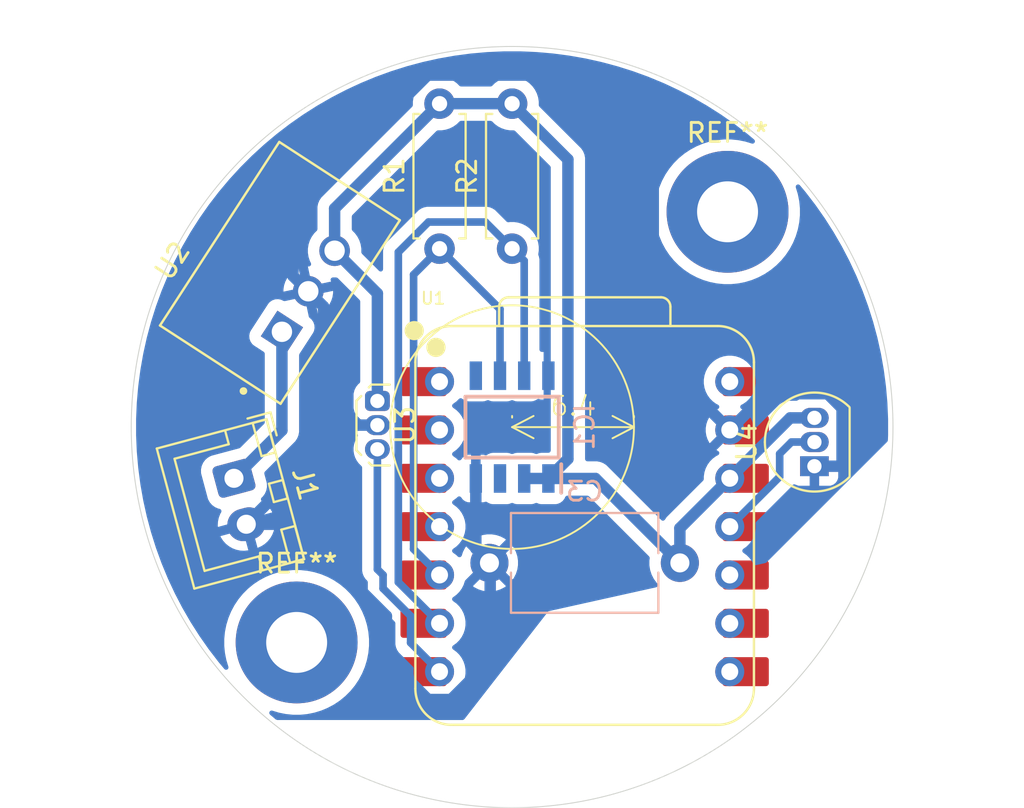
<source format=kicad_pcb>
(kicad_pcb (version 20241229) (generator "pcbnew") (generator_version "9.0")
  (layers (0 "F.Cu" signal) (2 "B.Cu" signal) (13 "F.Paste" user) (15 "B.Paste" user) (5 "F.SilkS" user "F.Silkscreen") (7 "B.SilkS" user "B.Silkscreen") (1 "F.Mask" user) (3 "B.Mask" user) (25 "Edge.Cuts" user))
  (net 0 "")
  (net 1 "+3.3V")
  (net 3 "GND")
  (net 12 "Net-(IC1-SDA)")
  (net 13 "Net-(IC1-SCL)")
  (net 17 "Net-(U1-GPIO18{slash}D10{slash}MOSI)")
  (net 21 "VCC")
  (net 23 "Net-(U1-GPIO16{slash}D6{slash}TX)")
  (footprint "Custom:SS411P" (layer "F.Cu") (at 125.641 55.626 -90)
    (property "Reference" "U3" (at 1.27 -1.45 90) (layer "F.SilkS"))
    (property "Value" "SS411P")
    (fp_line (start -0.01 1.1) (end 2.59 1.1) (stroke (width 0.12)) (layer "F.SilkS"))
    (fp_line (start -0.01 1.1) (end -0.26 0.85) (stroke (width 0.12)) (layer "F.SilkS"))
    (fp_line (start 2.59 1.1) (end 2.84 0.85) (stroke (width 0.12)) (layer "F.SilkS"))
    (fp_line (start -0.71 0.45) (end -0.86 0.3) (stroke (width 0.12)) (layer "F.SilkS"))
    (fp_line (start 3.24 0.45) (end 3.39 0.3) (stroke (width 0.12)) (layer "F.SilkS"))
    (fp_line (start -0.86 0.3) (end -0.86 -0.65) (stroke (width 0.12)) (layer "F.SilkS"))
    (fp_line (start 3.39 -0.65) (end 3.39 0.3) (stroke (width 0.12)) (layer "F.SilkS"))
    (pad "1" thru_hole roundrect (at 0 0 270) (size 1.05 1.3) (drill 0.75) (layers "*.Cu" "*.Mask") (roundrect_rratio 0.238) (net 1 "+3.3V"))
    (pad "2" thru_hole oval (at 1.27 0 270) (size 1.05 1.3) (drill 0.75) (layers "*.Cu" "*.Mask") (net 3 "GND"))
    (pad "3" thru_hole oval (at 2.54 0 270) (size 1.05 1.3) (drill 0.75) (layers "*.Cu" "*.Mask") (net 23 "Net-(U1-GPIO16{slash}D6{slash}TX)"))
  )
  (footprint "Package_TO_SOT_THT:TO-92_Inline" (layer "F.Cu") (at 148.59 59.055 90)
    (property "Reference" "U4" (at 1.27 -3.56 90) (layer "F.SilkS"))
    (property "Value" "DS18B20")
    (fp_line (start -0.53 1.85) (end 3.07 1.85) (stroke (width 0.12)) (layer "F.SilkS"))
    (fp_arc (start 1.27 -2.6) (mid 3.672087 -0.994977) (end 3.108478 1.838478) (stroke (width 0.12)) (layer "F.SilkS"))
    (fp_arc (start -0.568478 1.838478) (mid -1.132087 -0.994977) (end 1.27 -2.6) (stroke (width 0.12)) (layer "F.SilkS"))
    (pad "1" thru_hole rect (at 0 0 90) (size 1.05 1.5) (drill 0.75) (layers "*.Cu" "*.Mask") (net 3 "GND"))
    (pad "2" thru_hole oval (at 1.27 0 90) (size 1.05 1.5) (drill 0.75) (layers "*.Cu" "*.Mask") (net 17 "Net-(U1-GPIO18{slash}D10{slash}MOSI)"))
    (pad "3" thru_hole oval (at 2.54 0 90) (size 1.05 1.5) (drill 0.75) (layers "*.Cu" "*.Mask") (net 1 "+3.3V"))
  )
  (footprint "Resistor_THT:R_Axial_DIN0207_L6.3mm_D2.5mm_P7.62mm_Horizontal" (layer "F.Cu") (at 128.905 47.625 90)
    (property "Reference" "R1" (at 3.81 -2.37 90) (layer "F.SilkS"))
    (property "Value" "5k")
    (fp_line (start 7.08 -1.37) (end 7.08 -1.04) (stroke (width 0.12)) (layer "F.SilkS"))
    (fp_line (start 0.54 -1.37) (end 7.08 -1.37) (stroke (width 0.12)) (layer "F.SilkS"))
    (fp_line (start 0.54 -1.04) (end 0.54 -1.37) (stroke (width 0.12)) (layer "F.SilkS"))
    (fp_line (start 0.54 1.04) (end 0.54 1.37) (stroke (width 0.12)) (layer "F.SilkS"))
    (fp_line (start 7.08 1.37) (end 7.08 1.04) (stroke (width 0.12)) (layer "F.SilkS"))
    (fp_line (start 0.54 1.37) (end 7.08 1.37) (stroke (width 0.12)) (layer "F.SilkS"))
    (pad "1" thru_hole circle (at 0 0 90) (size 1.6 1.6) (drill 0.8) (layers "*.Cu" "*.Mask") (net 12 "Net-(IC1-SDA)"))
    (pad "2" thru_hole circle (at 7.62 0 90) (size 1.6 1.6) (drill 0.8) (layers "*.Cu" "*.Mask") (net 1 "+3.3V"))
  )
  (footprint "Seeed Studio XIAO Series Library:XIAO-ESP32C6-DIP" (layer "F.Cu") (at 136.57 62.23)
    (property "Reference" "U1" (at -8 -12 0) (layer "F.SilkS") (effects (font (size 0.635 0.635) (thickness 0.1016))))
    (property "Value" "XIAO-ESP32-C6")
    (fp_line (start -8.935 8.509) (end -8.935 -8.636) (stroke (width 0.127)) (layer "F.SilkS"))
    (fp_line (start -7.03 10.414) (end 6.94 10.414) (stroke (width 0.127)) (layer "F.SilkS"))
    (fp_line (start -4.54 -10.541) (end -4.536272 -11.551272) (stroke (width 0.127)) (layer "F.SilkS"))
    (fp_line (start -4.036272 -12.051) (end 3.959 -12.051) (stroke (width 0.127)) (layer "F.SilkS"))
    (fp_line (start 4.459 -11.551) (end 4.459 -10.541) (stroke (width 0.127)) (layer "F.SilkS"))
    (fp_line (start 6.94 -10.541) (end -7.03 -10.541) (stroke (width 0.1)) (layer "F.SilkS"))
    (fp_line (start 6.94 -10.541) (end -7.03 -10.541) (stroke (width 0.127)) (layer "F.SilkS"))
    (fp_line (start 8.845 8.509) (end 8.845 -8.636) (stroke (width 0.127)) (layer "F.SilkS"))
    (fp_arc (start -8.935 -8.636) (mid -8.377038 -9.983038) (end -7.03 -10.541) (stroke (width 0.127)) (layer "F.SilkS"))
    (fp_arc (start -7.03 10.414) (mid -8.377038 9.856038) (end -8.935 8.509) (stroke (width 0.127)) (layer "F.SilkS"))
    (fp_arc (start -4.536272 -11.551272) (mid -4.389728 -11.90464) (end -4.036272 -12.051) (stroke (width 0.127)) (layer "F.SilkS"))
    (fp_arc (start 3.959 -12.051) (mid 4.312553 -11.904553) (end 4.459 -11.551) (stroke (width 0.127)) (layer "F.SilkS"))
    (fp_arc (start 6.94 -10.541) (mid 8.287038 -9.983038) (end 8.845 -8.636) (stroke (width 0.127)) (layer "F.SilkS"))
    (fp_arc (start 8.845 8.509) (mid 8.287038 9.856038) (end 6.94 10.414) (stroke (width 0.127)) (layer "F.SilkS"))
    (fp_circle (center -8.995 -10.3) (end -8.995 -10.554) (stroke (width 0.5)) (fill yes) (layer "F.SilkS"))
    (fp_circle (center -7.852 -9.42) (end -7.852 -9.674) (stroke (width 0.5)) (fill yes) (layer "F.SilkS"))
    (pad "1" smd roundrect (at -8.5 -7.62 180) (size 2.432 1.524) (layers "F.Cu" "F.Mask") (roundrect_rratio 0.1))
    (pad "1" thru_hole circle (at -7.665 -7.62 180) (size 1.524 1.524) (drill 0.889) (layers "*.Cu" "*.Mask"))
    (pad "2" smd roundrect (at -8.5 -5.08 180) (size 2.432 1.524) (layers "F.Cu" "F.Mask") (roundrect_rratio 0.1))
    (pad "2" thru_hole circle (at -7.665 -5.08 180) (size 1.524 1.524) (drill 0.889) (layers "*.Cu" "*.Mask"))
    (pad "3" smd roundrect (at -8.5 -2.54 180) (size 2.432 1.524) (layers "F.Cu" "F.Mask") (roundrect_rratio 0.1))
    (pad "3" thru_hole circle (at -7.665 -2.54 180) (size 1.524 1.524) (drill 0.889) (layers "*.Cu" "*.Mask"))
    (pad "4" smd roundrect (at -8.5 0 180) (size 2.432 1.524) (layers "F.Cu" "F.Mask") (roundrect_rratio 0.1))
    (pad "4" thru_hole circle (at -7.665 0 180) (size 1.524 1.524) (drill 0.889) (layers "*.Cu" "*.Mask"))
    (pad "5" smd roundrect (at -8.5 2.54 180) (size 2.432 1.524) (layers "F.Cu" "F.Mask") (roundrect_rratio 0.1) (net 12 "Net-(IC1-SDA)"))
    (pad "5" thru_hole circle (at -7.665 2.54 180) (size 1.524 1.524) (drill 0.889) (layers "*.Cu" "*.Mask") (net 12 "Net-(IC1-SDA)"))
    (pad "6" smd roundrect (at -8.5 5.08 180) (size 2.432 1.524) (layers "F.Cu" "F.Mask") (roundrect_rratio 0.1) (net 13 "Net-(IC1-SCL)"))
    (pad "6" thru_hole circle (at -7.665 5.08 180) (size 1.524 1.524) (drill 0.889) (layers "*.Cu" "*.Mask") (net 13 "Net-(IC1-SCL)"))
    (pad "7" smd roundrect (at -8.5 7.62 180) (size 2.432 1.524) (layers "F.Cu" "F.Mask") (roundrect_rratio 0.1) (net 23 "Net-(U1-GPIO16{slash}D6{slash}TX)"))
    (pad "7" thru_hole circle (at -7.665 7.62 180) (size 1.524 1.524) (drill 0.889) (layers "*.Cu" "*.Mask") (net 23 "Net-(U1-GPIO16{slash}D6{slash}TX)"))
    (pad "8" thru_hole circle (at 7.575 7.62) (size 1.524 1.524) (drill 0.889) (layers "*.Cu" "*.Mask"))
    (pad "8" smd roundrect (at 8.41 7.62) (size 2.432 1.524) (layers "F.Cu" "F.Mask") (roundrect_rratio 0.1))
    (pad "9" thru_hole circle (at 7.575 5.08) (size 1.524 1.524) (drill 0.889) (layers "*.Cu" "*.Mask"))
    (pad "9" smd roundrect (at 8.41 5.08) (size 2.432 1.524) (layers "F.Cu" "F.Mask") (roundrect_rratio 0.1))
    (pad "10" thru_hole circle (at 7.575 2.54) (size 1.524 1.524) (drill 0.889) (layers "*.Cu" "*.Mask"))
    (pad "10" smd roundrect (at 8.41 2.54) (size 2.432 1.524) (layers "F.Cu" "F.Mask") (roundrect_rratio 0.1))
    (pad "11" thru_hole circle (at 7.575 0) (size 1.524 1.524) (drill 0.889) (layers "*.Cu" "*.Mask") (net 17 "Net-(U1-GPIO18{slash}D10{slash}MOSI)"))
    (pad "11" smd roundrect (at 8.41 0) (size 2.432 1.524) (layers "F.Cu" "F.Mask") (roundrect_rratio 0.1) (net 17 "Net-(U1-GPIO18{slash}D10{slash}MOSI)"))
    (pad "12" thru_hole circle (at 7.575 -2.54) (size 1.524 1.524) (drill 0.889) (layers "*.Cu" "*.Mask") (net 1 "+3.3V"))
    (pad "12" smd roundrect (at 8.41 -2.54) (size 2.432 1.524) (layers "F.Cu" "F.Mask") (roundrect_rratio 0.1) (net 1 "+3.3V"))
    (pad "13" thru_hole circle (at 7.575 -5.08) (size 1.524 1.524) (drill 0.889) (layers "*.Cu" "*.Mask") (net 3 "GND"))
    (pad "13" smd roundrect (at 8.41 -5.08) (size 2.432 1.524) (layers "F.Cu" "F.Mask") (roundrect_rratio 0.1) (net 3 "GND"))
    (pad "14" thru_hole circle (at 7.575 -7.62) (size 1.524 1.524) (drill 0.889) (layers "*.Cu" "*.Mask"))
    (pad "14" smd roundrect (at 8.41 -7.62) (size 2.432 1.524) (layers "F.Cu" "F.Mask") (roundrect_rratio 0.1))
  )
  (footprint "MountingHole:MountingHole_3.2mm_M3_Pad_TopBottom" (layer "F.Cu") (at 121.401292 68.313708)
    (property "Reference" "REF**" (at 0 -4.15 0) (layer "F.SilkS"))
    (property "Value" "MountingHole_3.2mm_M3_Pad_TopBottom")
    (pad "1" thru_hole circle (at 0 0) (size 3.6 3.6) (drill 3.2) (layers "*.Cu" "*.Mask"))
    (pad "1" connect circle (at 0 0) (size 6.4 6.4) (layers "F.Cu" "F.Mask"))
    (pad "1" connect circle (at 0 0) (size 6.4 6.4) (layers "B.Cu" "B.Mask"))
  )
  (footprint "Custom:CONV_R-78K3.3-0.5" (layer "F.Cu") (at 120.523 48.895 57)
    (property "Reference" "U2" (at -2.540001 -5.080001 57) (layer "F.SilkS"))
    (property "Value" "StpDwnE3.3-0.5")
    (fp_line (start -5.749999 -3.775) (end 5.75 -3.775) (stroke (width 0.127)) (layer "F.SilkS"))
    (fp_line (start 5.75 -3.775) (end 5.749999 3.775) (stroke (width 0.127)) (layer "F.SilkS"))
    (fp_line (start -5.75 3.775) (end -5.749999 -3.775) (stroke (width 0.127)) (layer "F.SilkS"))
    (fp_line (start 5.749999 3.775) (end -5.75 3.775) (stroke (width 0.127)) (layer "F.SilkS"))
    (fp_circle (center -6.250001 1.775) (end -6.15 1.775) (stroke (width 0.2)) (fill no) (layer "F.SilkS"))
    (pad "1" thru_hole rect (at -2.54 1.775 57) (size 1.605 1.605) (drill 1.07) (layers "*.Cu" "*.Mask") (net 21 "VCC"))
    (pad "2" thru_hole circle (at 0 1.775 57) (size 1.605 1.605) (drill 1.07) (layers "*.Cu" "*.Mask") (net 3 "GND"))
    (pad "3" thru_hole circle (at 2.54 1.775 57) (size 1.605 1.605) (drill 1.07) (layers "*.Cu" "*.Mask") (net 1 "+3.3V"))
  )
  (footprint "Connector_JST:JST_XH_B2B-XH-A_1x02_P2.50mm_Vertical" (layer "F.Cu") (at 118.11 59.69 -75)
    (property "Reference" "J1" (at 1.25 -3.549999 105) (layer "F.SilkS"))
    (property "Value" "Conn_01x02_Pin")
    (fp_line (start -2.559999 3.509999) (end 5.060001 3.51) (stroke (width 0.12)) (layer "F.SilkS"))
    (fp_line (start -1.800001 2.749999) (end 1.25 2.750001) (stroke (width 0.12)) (layer "F.SilkS"))
    (fp_line (start 5.060001 3.51) (end 5.06 -2.46) (stroke (width 0.12)) (layer "F.SilkS"))
    (fp_line (start 4.3 2.749999) (end 1.25 2.750001) (stroke (width 0.12)) (layer "F.SilkS"))
    (fp_line (start -2.549999 -0.2) (end -1.800001 -0.2) (stroke (width 0.12)) (layer "F.SilkS"))
    (fp_line (start -1.800001 -0.2) (end -1.800001 2.749999) (stroke (width 0.12)) (layer "F.SilkS"))
    (fp_line (start -2.550001 -1.7) (end -0.750002 -1.699999) (stroke (width 0.12)) (layer "F.SilkS"))
    (fp_line (start 4.300001 -0.2) (end 4.3 2.749999) (stroke (width 0.12)) (layer "F.SilkS"))
    (fp_line (start -0.750002 -1.699999) (end -0.75 -2.450001) (stroke (width 0.12)) (layer "F.SilkS"))
    (fp_line (start 5.050001 -0.200002) (end 4.300001 -0.2) (stroke (width 0.12)) (layer "F.SilkS"))
    (fp_line (start -2.55 -2.45) (end -2.550001 -1.7) (stroke (width 0.12)) (layer "F.SilkS"))
    (fp_line (start -2.560001 -2.46) (end -2.559999 3.509999) (stroke (width 0.12)) (layer "F.SilkS"))
    (fp_line (start 0.750001 -1.700001) (end 1.749998 -1.7) (stroke (width 0.12)) (layer "F.SilkS"))
    (fp_line (start -2.85 -2.749999) (end -2.85 -1.5) (stroke (width 0.12)) (layer "F.SilkS"))
    (fp_line (start 1.749998 -1.7) (end 1.749999 -2.45) (stroke (width 0.12)) (layer "F.SilkS"))
    (fp_line (start -0.75 -2.450001) (end -2.55 -2.45) (stroke (width 0.12)) (layer "F.SilkS"))
    (fp_line (start -1.599999 -2.749999) (end -2.85 -2.749999) (stroke (width 0.12)) (layer "F.SilkS"))
    (fp_line (start 3.25 -1.699999) (end 5.05 -1.700001) (stroke (width 0.12)) (layer "F.SilkS"))
    (fp_line (start 0.75 -2.45) (end 0.750001 -1.700001) (stroke (width 0.12)) (layer "F.SilkS"))
    (fp_line (start 1.749999 -2.45) (end 0.75 -2.45) (stroke (width 0.12)) (layer "F.SilkS"))
    (fp_line (start 5.05 -1.700001) (end 5.050001 -2.449999) (stroke (width 0.12)) (layer "F.SilkS"))
    (fp_line (start 3.25 -2.450001) (end 3.25 -1.699999) (stroke (width 0.12)) (layer "F.SilkS"))
    (fp_line (start 5.050001 -2.449999) (end 3.25 -2.450001) (stroke (width 0.12)) (layer "F.SilkS"))
    (fp_line (start 5.06 -2.46) (end -2.560001 -2.46) (stroke (width 0.12)) (layer "F.SilkS"))
    (pad "1" thru_hole roundrect (at 0 0 285) (size 1.7 2) (drill 1) (layers "*.Cu" "*.Mask") (roundrect_rratio 0.147059) (net 21 "VCC"))
    (pad "2" thru_hole oval (at 2.5 -0.000001 285) (size 1.7 2) (drill 1) (layers "*.Cu" "*.Mask") (net 3 "GND"))
  )
  (footprint "MountingHole:MountingHole_3.2mm_M3_Pad_TopBottom" (layer "F.Cu") (at 144.028708 45.686292)
    (property "Reference" "REF**" (at 0 -4.15 0) (layer "F.SilkS"))
    (property "Value" "MountingHole_3.2mm_M3_Pad_TopBottom")
    (pad "1" thru_hole circle (at 0 0) (size 3.6 3.6) (drill 3.2) (layers "*.Cu" "*.Mask"))
    (pad "1" connect circle (at 0 0) (size 6.4 6.4) (layers "F.Cu" "F.Mask"))
    (pad "1" connect circle (at 0 0) (size 6.4 6.4) (layers "B.Cu" "B.Mask"))
  )
  (footprint "Resistor_THT:R_Axial_DIN0207_L6.3mm_D2.5mm_P7.62mm_Horizontal" (layer "F.Cu") (at 132.715 47.625 90)
    (property "Reference" "R2" (at 3.81 -2.37 90) (layer "F.SilkS"))
    (property "Value" "5k")
    (fp_line (start 7.08 -1.37) (end 7.08 -1.04) (stroke (width 0.12)) (layer "F.SilkS"))
    (fp_line (start 0.54 -1.37) (end 7.08 -1.37) (stroke (width 0.12)) (layer "F.SilkS"))
    (fp_line (start 0.54 -1.04) (end 0.54 -1.37) (stroke (width 0.12)) (layer "F.SilkS"))
    (fp_line (start 0.54 1.04) (end 0.54 1.37) (stroke (width 0.12)) (layer "F.SilkS"))
    (fp_line (start 7.08 1.37) (end 7.08 1.04) (stroke (width 0.12)) (layer "F.SilkS"))
    (fp_line (start 0.54 1.37) (end 7.08 1.37) (stroke (width 0.12)) (layer "F.SilkS"))
    (pad "1" thru_hole circle (at 0 0 90) (size 1.6 1.6) (drill 0.8) (layers "*.Cu" "*.Mask") (net 13 "Net-(IC1-SCL)"))
    (pad "2" thru_hole circle (at 7.62 0 90) (size 1.6 1.6) (drill 0.8) (layers "*.Cu" "*.Mask") (net 1 "+3.3V"))
  )
  (footprint "AS5600-ASOT:SOIC127P600X175-8N" (layer "B.Cu") (at 132.715 57 90)
    (property "Reference" "IC1" (at 0 3.81 90) (layer "B.SilkS") (effects (justify mirror)))
    (property "Value" "AS5600-ASOT")
    (fp_line (start 1.6 -2.45) (end -1.6 -2.45) (stroke (width 0.2)) (layer "B.SilkS"))
    (fp_line (start -1.6 -2.45) (end -1.6 2.45) (stroke (width 0.2)) (layer "B.SilkS"))
    (fp_line (start 1.6 2.45) (end 1.6 -2.45) (stroke (width 0.2)) (layer "B.SilkS"))
    (fp_line (start -1.6 2.45) (end 1.6 2.45) (stroke (width 0.2)) (layer "B.SilkS"))
    (fp_line (start -3.45 2.58) (end -1.95 2.58) (stroke (width 0.2)) (layer "B.SilkS"))
    (pad "1" smd rect (at -2.7 1.905 90) (size 1.5 0.65) (layers "B.Cu" "B.Mask" "B.Paste") (net 1 "+3.3V"))
    (pad "2" smd rect (at -2.7 0.635 90) (size 1.5 0.65) (layers "B.Cu" "B.Mask" "B.Paste") (net 1 "+3.3V"))
    (pad "3" smd rect (at -2.7 -0.635 90) (size 1.5 0.65) (layers "B.Cu" "B.Mask" "B.Paste"))
    (pad "4" smd rect (at -2.7 -1.905 90) (size 1.5 0.65) (layers "B.Cu" "B.Mask" "B.Paste") (net 3 "GND"))
    (pad "5" smd rect (at 2.7 -1.905 90) (size 1.5 0.65) (layers "B.Cu" "B.Mask" "B.Paste"))
    (pad "6" smd rect (at 2.7 -0.635 90) (size 1.5 0.65) (layers "B.Cu" "B.Mask" "B.Paste") (net 12 "Net-(IC1-SDA)"))
    (pad "7" smd rect (at 2.7 0.635 90) (size 1.5 0.65) (layers "B.Cu" "B.Mask" "B.Paste") (net 13 "Net-(IC1-SCL)"))
    (pad "8" smd rect (at 2.7 1.905 90) (size 1.5 0.65) (layers "B.Cu" "B.Mask" "B.Paste") (net 3 "GND"))
  )
  (footprint "Capacitor_THT:C_Disc_D7.5mm_W5.0mm_P10.00mm" (layer "B.Cu") (at 141.525 64.135 180)
    (property "Reference" "C3" (at 5 3.75 0) (layer "B.SilkS") (effects (justify mirror)))
    (property "Value" "100nF")
    (fp_line (start 8.87 2.62) (end 8.87 0.511) (stroke (width 0.12)) (layer "B.SilkS"))
    (fp_line (start 8.87 -0.511) (end 8.87 -2.62) (stroke (width 0.12)) (layer "B.SilkS"))
    (fp_line (start 8.87 -2.62) (end 1.13 -2.62) (stroke (width 0.12)) (layer "B.SilkS"))
    (fp_line (start 1.13 2.62) (end 8.87 2.62) (stroke (width 0.12)) (layer "B.SilkS"))
    (fp_line (start 1.13 0.511) (end 1.13 2.62) (stroke (width 0.12)) (layer "B.SilkS"))
    (fp_line (start 1.13 -2.62) (end 1.13 -0.511) (stroke (width 0.12)) (layer "B.SilkS"))
    (pad "1" thru_hole circle (at 0 0 180) (size 2 2) (drill 1) (layers "*.Cu" "*.Mask") (net 1 "+3.3V"))
    (pad "2" thru_hole circle (at 10 0 180) (size 2 2) (drill 1) (layers "*.Cu" "*.Mask") (net 3 "GND"))
  )
  (gr_circle (center 132.715 57) (end 139.115 57) (stroke (width 0.1)) (fill no) (layer "F.SilkS"))
  (gr_circle (center 132.715 57) (end 152.715 57) (stroke (width 0.05)) (fill no) (layer "Edge.Cuts"))
  (dimension (type aligned) (layer "F.SilkS") (pts (xy 132.715 57) (xy 139.115 57)) (height 0) (format (prefix "") (suffix "") (units 3) (units_format 0) (precision 4) (suppress_zeroes yes)) (style (thickness 0.1) (arrow_length 1.27) (text_position_mode 0) (arrow_direction outward) (extension_height 0.58642) (extension_offset 0.5) (keep_text_aligned yes)) (gr_text "6,4" (at 135.915 55.9 0) (layer "F.SilkS") (effects (font (size 1 1) (thickness 0.1)))))
  (segment (start 135.646 42.936) (end 135.646 58.674) (width 0.6) (layer "B.Cu") (net 1))
  (segment (start 128.905 40.005) (end 132.715 40.005) (width 0.6) (layer "B.Cu") (net 1))
  (segment (start 132.715 40.005) (end 135.646 42.936) (width 0.6) (layer "B.Cu") (net 1))
  (segment (start 141.525 62.31) (end 144.145 59.69) (width 0.6) (layer "B.Cu") (net 1))
  (segment (start 133.35 59.7) (end 134.62 59.7) (width 0.6) (layer "B.Cu") (net 1))
  (segment (start 141.525 64.135) (end 141.525 62.31) (width 0.6) (layer "B.Cu") (net 1))
  (segment (start 125.641 49.977488) (end 125.641 55.626) (width 0.6) (layer "B.Cu") (net 1))
  (segment (start 137.09 59.7) (end 141.525 64.135) (width 0.6) (layer "B.Cu") (net 1))
  (segment (start 123.395023 45.514977) (end 128.905 40.005) (width 0.6) (layer "B.Cu") (net 1))
  (segment (start 148.59 56.515) (end 147.32 56.515) (width 0.6) (layer "B.Cu") (net 1))
  (segment (start 135.646 58.674) (end 134.62 59.7) (width 0.6) (layer "B.Cu") (net 1))
  (segment (start 134.62 59.7) (end 137.09 59.7) (width 0.6) (layer "B.Cu") (net 1))
  (segment (start 123.395023 47.731511) (end 125.641 49.977488) (width 0.6) (layer "B.Cu") (net 1))
  (segment (start 147.32 56.515) (end 144.145 59.69) (width 0.6) (layer "B.Cu") (net 1))
  (segment (start 123.395023 47.731511) (end 123.395023 45.514977) (width 0.6) (layer "B.Cu") (net 1))
  (segment (start 125.641 56.896) (end 124.641 56.896) (width 0.6) (layer "B.Cu") (net 3))
  (segment (start 122.01164 49.861734) (end 121.20914 49.059234) (width 0.6) (layer "B.Cu") (net 3))
  (segment (start 149.278826 55.245) (end 146.05 55.245) (width 0.6) (layer "B.Cu") (net 3))
  (segment (start 149.94 59.055) (end 150.041 58.954) (width 0.6) (layer "B.Cu") (net 3))
  (segment (start 130.81 59.7) (end 130.81 63.38) (width 0.6) (layer "B.Cu") (net 3))
  (segment (start 126.114004 69.127999) (end 128.299005 71.313) (width 0.6) (layer "B.Cu") (net 3))
  (segment (start 134.561264 38.504) (end 140.127708 44.070444) (width 0.6) (layer "B.Cu") (net 3))
  (segment (start 131.565 69.258995) (end 131.565 64.135) (width 0.6) (layer "B.Cu") (net 3))
  (segment (start 122.81414 57.15) (end 122.81414 53.975) (width 0.6) (layer "B.Cu") (net 3))
  (segment (start 118.757049 62.104814) (end 121.292824 62.104814) (width 0.6) (layer "B.Cu") (net 3))
  (segment (start 150.041 56.007174) (end 149.278826 55.245) (width 0.6) (layer "B.Cu") (net 3))
  (segment (start 128.283265 38.504) (end 134.561264 38.504) (width 0.6) (layer "B.Cu") (net 3))
  (segment (start 122.81414 50.664234) (end 122.01164 49.861734) (width 0.6) (layer "B.Cu") (net 3))
  (segment (start 150.041 58.954) (end 150.041 56.007174) (width 0.6) (layer "B.Cu") (net 3))
  (segment (start 122.81414 55.06914) (end 122.81414 53.975) (width 0.6) (layer "B.Cu") (net 3))
  (segment (start 140.127708 53.132708) (end 144.145 57.15) (width 0.6) (layer "B.Cu") (net 3))
  (segment (start 148.59 59.055) (end 149.94 59.055) (width 0.6) (layer "B.Cu") (net 3))
  (segment (start 126.114004 66.925995) (end 126.114004 69.127999) (width 0.6) (layer "B.Cu") (net 3))
  (segment (start 122.81414 53.975) (end 122.81414 50.664234) (width 0.6) (layer "B.Cu") (net 3))
  (segment (start 121.20914 45.578125) (end 128.283265 38.504) (width 0.6) (layer "B.Cu") (net 3))
  (segment (start 130.81 63.38) (end 131.565 64.135) (width 0.6) (layer "B.Cu") (net 3))
  (segment (start 118.757049 62.104814) (end 122.81414 58.047723) (width 0.6) (layer "B.Cu") (net 3))
  (segment (start 128.299005 71.313) (end 129.510995 71.313) (width 0.6) (layer "B.Cu") (net 3))
  (segment (start 146.05 55.245) (end 144.145 57.15) (width 0.6) (layer "B.Cu") (net 3))
  (segment (start 124.641 56.896) (end 122.81414 55.06914) (width 0.6) (layer "B.Cu") (net 3))
  (segment (start 122.81414 58.047723) (end 122.81414 57.15) (width 0.6) (layer "B.Cu") (net 3))
  (segment (start 129.510995 71.313) (end 131.565 69.258995) (width 0.6) (layer "B.Cu") (net 3))
  (segment (start 140.127708 44.070444) (end 140.127708 53.132708) (width 0.6) (layer "B.Cu") (net 3))
  (segment (start 121.292824 62.104814) (end 126.114004 66.925995) (width 0.6) (layer "B.Cu") (net 3))
  (segment (start 121.20914 49.059234) (end 121.20914 45.578125) (width 0.6) (layer "B.Cu") (net 3))
  (segment (start 128.905 64.77) (end 127.542 63.407) (width 0.4) (layer "B.Cu") (net 12))
  (segment (start 128.905 47.625) (end 132.08 50.8) (width 0.4) (layer "B.Cu") (net 12))
  (segment (start 127.542 48.988) (end 128.905 47.625) (width 0.4) (layer "B.Cu") (net 12))
  (segment (start 132.08 50.8) (end 132.08 54.3) (width 0.4) (layer "B.Cu") (net 12))
  (segment (start 127.542 63.407) (end 127.542 48.988) (width 0.4) (layer "B.Cu") (net 12))
  (segment (start 131.314 46.224) (end 132.715 47.625) (width 0.4) (layer "B.Cu") (net 13))
  (segment (start 132.715 47.625) (end 133.35 48.26) (width 0.4) (layer "B.Cu") (net 13))
  (segment (start 126.741 65.146) (end 126.741 47.807686) (width 0.4) (layer "B.Cu") (net 13))
  (segment (start 128.324686 46.224) (end 131.314 46.224) (width 0.4) (layer "B.Cu") (net 13))
  (segment (start 128.905 67.31) (end 126.741 65.146) (width 0.4) (layer "B.Cu") (net 13))
  (segment (start 126.741 47.807686) (end 128.324686 46.224) (width 0.4) (layer "B.Cu") (net 13))
  (segment (start 133.35 48.26) (end 133.35 54.3) (width 0.4) (layer "B.Cu") (net 13))
  (segment (start 146.766 58.402) (end 147.383 57.785) (width 0.4) (layer "B.Cu") (net 17))
  (segment (start 146.766 59.609) (end 146.766 58.402) (width 0.4) (layer "B.Cu") (net 17))
  (segment (start 147.383 57.785) (end 148.59 57.785) (width 0.4) (layer "B.Cu") (net 17))
  (segment (start 144.145 62.23) (end 146.766 59.609) (width 0.4) (layer "B.Cu") (net 17))
  (segment (start 120.628257 51.991958) (end 120.628257 57.171743) (width 0.6) (layer "B.Cu") (net 21))
  (segment (start 120.628257 57.171743) (end 118.11 59.69) (width 0.6) (layer "B.Cu") (net 21))
  (segment (start 125.94 65.477785) (end 125.94 64.77) (width 0.4) (layer "B.Cu") (net 23))
  (segment (start 127.386107 66.923893) (end 125.94 65.477785) (width 0.4) (layer "B.Cu") (net 23))
  (segment (start 128.905 69.85) (end 127.386107 68.331107) (width 0.4) (layer "B.Cu") (net 23))
  (segment (start 127.386107 68.331107) (end 127.386107 66.923893) (width 0.4) (layer "B.Cu") (net 23))
  (segment (start 125.94 64.77) (end 125.641 64.471) (width 0.4) (layer "B.Cu") (net 23))
  (segment (start 125.641 64.471) (end 125.641 58.166) (width 0.4) (layer "B.Cu") (net 23))
  (zone (net 3) (net_name "GND") (layer "B.Cu") (connect_pads (clearance 0.6)) (min_thickness 0.25) (fill yes (thermal_gap 0.5) (thermal_bridge_width 0.5))
    (polygon (pts (xy 130.175 72.39) (xy 134.62 66.675) (xy 146.05 64.135) (xy 157.48 52.705) (xy 157.862936 34.55797) (xy 111.862936 34.55797) (xy 111.862936 72.39)))
  )
)
</source>
